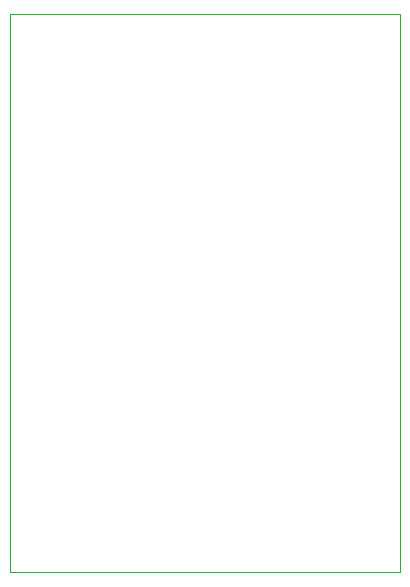
<source format=gbr>
%TF.GenerationSoftware,KiCad,Pcbnew,(6.0.11)*%
%TF.CreationDate,2023-02-27T16:04:50+00:00*%
%TF.ProjectId,HackSoc Workshop,4861636b-536f-4632-9057-6f726b73686f,rev?*%
%TF.SameCoordinates,Original*%
%TF.FileFunction,Profile,NP*%
%FSLAX46Y46*%
G04 Gerber Fmt 4.6, Leading zero omitted, Abs format (unit mm)*
G04 Created by KiCad (PCBNEW (6.0.11)) date 2023-02-27 16:04:50*
%MOMM*%
%LPD*%
G01*
G04 APERTURE LIST*
%TA.AperFunction,Profile*%
%ADD10C,0.100000*%
%TD*%
G04 APERTURE END LIST*
D10*
X106500000Y-62000000D02*
X73500000Y-62000000D01*
X73500000Y-62000000D02*
X73500000Y-109250000D01*
X73500000Y-109250000D02*
X106500000Y-109250000D01*
X106500000Y-109250000D02*
X106500000Y-62000000D01*
M02*

</source>
